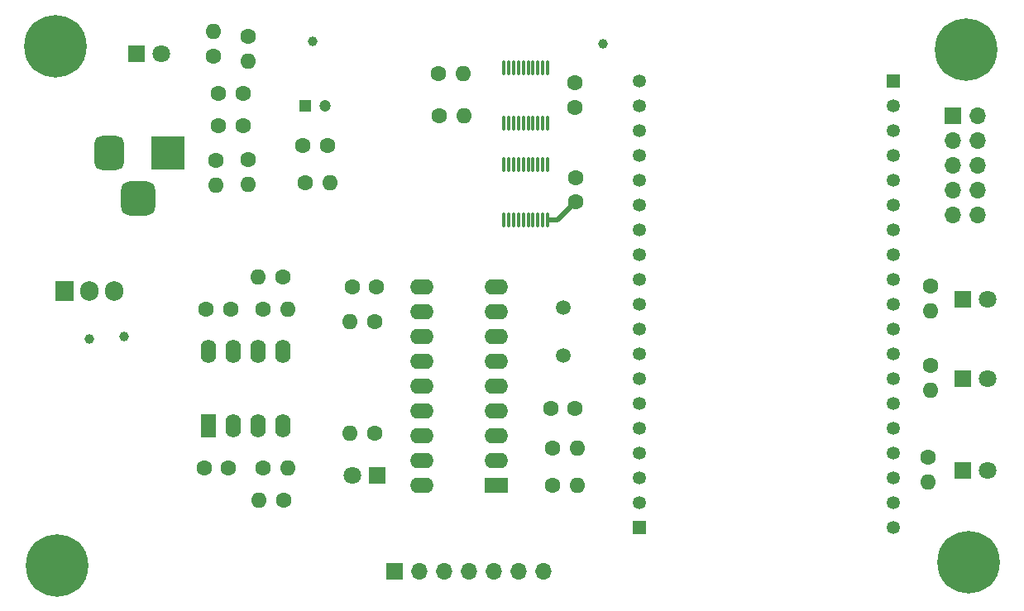
<source format=gbr>
%TF.GenerationSoftware,KiCad,Pcbnew,8.0.5*%
%TF.CreationDate,2024-12-04T22:32:08+01:00*%
%TF.ProjectId,ESP-Unit,4553502d-556e-4697-942e-6b696361645f,rev?*%
%TF.SameCoordinates,Original*%
%TF.FileFunction,Copper,L1,Top*%
%TF.FilePolarity,Positive*%
%FSLAX46Y46*%
G04 Gerber Fmt 4.6, Leading zero omitted, Abs format (unit mm)*
G04 Created by KiCad (PCBNEW 8.0.5) date 2024-12-04 22:32:08*
%MOMM*%
%LPD*%
G01*
G04 APERTURE LIST*
G04 Aperture macros list*
%AMRoundRect*
0 Rectangle with rounded corners*
0 $1 Rounding radius*
0 $2 $3 $4 $5 $6 $7 $8 $9 X,Y pos of 4 corners*
0 Add a 4 corners polygon primitive as box body*
4,1,4,$2,$3,$4,$5,$6,$7,$8,$9,$2,$3,0*
0 Add four circle primitives for the rounded corners*
1,1,$1+$1,$2,$3*
1,1,$1+$1,$4,$5*
1,1,$1+$1,$6,$7*
1,1,$1+$1,$8,$9*
0 Add four rect primitives between the rounded corners*
20,1,$1+$1,$2,$3,$4,$5,0*
20,1,$1+$1,$4,$5,$6,$7,0*
20,1,$1+$1,$6,$7,$8,$9,0*
20,1,$1+$1,$8,$9,$2,$3,0*%
G04 Aperture macros list end*
%TA.AperFunction,SMDPad,CuDef*%
%ADD10RoundRect,0.075000X0.075000X-0.662500X0.075000X0.662500X-0.075000X0.662500X-0.075000X-0.662500X0*%
%TD*%
%TA.AperFunction,ComponentPad*%
%ADD11R,1.600000X2.400000*%
%TD*%
%TA.AperFunction,ComponentPad*%
%ADD12O,1.600000X2.400000*%
%TD*%
%TA.AperFunction,ComponentPad*%
%ADD13O,1.600000X1.600000*%
%TD*%
%TA.AperFunction,ComponentPad*%
%ADD14C,1.600000*%
%TD*%
%TA.AperFunction,ComponentPad*%
%ADD15C,0.800000*%
%TD*%
%TA.AperFunction,ComponentPad*%
%ADD16C,6.400000*%
%TD*%
%TA.AperFunction,SMDPad,CuDef*%
%ADD17C,1.000000*%
%TD*%
%TA.AperFunction,ComponentPad*%
%ADD18C,1.500000*%
%TD*%
%TA.AperFunction,ComponentPad*%
%ADD19C,1.200000*%
%TD*%
%TA.AperFunction,ComponentPad*%
%ADD20R,1.200000X1.200000*%
%TD*%
%TA.AperFunction,ComponentPad*%
%ADD21R,1.800000X1.800000*%
%TD*%
%TA.AperFunction,ComponentPad*%
%ADD22C,1.800000*%
%TD*%
%TA.AperFunction,ComponentPad*%
%ADD23R,2.400000X1.600000*%
%TD*%
%TA.AperFunction,ComponentPad*%
%ADD24O,2.400000X1.600000*%
%TD*%
%TA.AperFunction,ComponentPad*%
%ADD25O,1.905000X2.000000*%
%TD*%
%TA.AperFunction,ComponentPad*%
%ADD26R,1.905000X2.000000*%
%TD*%
%TA.AperFunction,ComponentPad*%
%ADD27R,1.700000X1.700000*%
%TD*%
%TA.AperFunction,ComponentPad*%
%ADD28O,1.700000X1.700000*%
%TD*%
%TA.AperFunction,ComponentPad*%
%ADD29RoundRect,0.875000X-0.875000X-0.875000X0.875000X-0.875000X0.875000X0.875000X-0.875000X0.875000X0*%
%TD*%
%TA.AperFunction,ComponentPad*%
%ADD30RoundRect,0.750000X-0.750000X-1.000000X0.750000X-1.000000X0.750000X1.000000X-0.750000X1.000000X0*%
%TD*%
%TA.AperFunction,ComponentPad*%
%ADD31R,3.500000X3.500000*%
%TD*%
%TA.AperFunction,ComponentPad*%
%ADD32R,1.350000X1.350000*%
%TD*%
%TA.AperFunction,ComponentPad*%
%ADD33C,1.350000*%
%TD*%
%TA.AperFunction,Conductor*%
%ADD34C,0.500000*%
%TD*%
G04 APERTURE END LIST*
D10*
%TO.P,U5,1,A1*%
%TO.N,Net-(IC1-Q1)*%
X202220000Y-72458500D03*
%TO.P,U5,2,VCCA*%
%TO.N,/5V*%
X202720000Y-72458500D03*
%TO.P,U5,3,A2*%
%TO.N,Net-(IC1-Q2)*%
X203220000Y-72458500D03*
%TO.P,U5,4,A3*%
%TO.N,Net-(IC1-Q3)*%
X203720000Y-72458500D03*
%TO.P,U5,5,A4*%
%TO.N,Net-(IC1-Q4)*%
X204220000Y-72458500D03*
%TO.P,U5,6,A5*%
%TO.N,/MT8870_PWDN*%
X204720000Y-72458500D03*
%TO.P,U5,7,A6*%
%TO.N,unconnected-(U5-A6-Pad7)*%
X205220000Y-72458500D03*
%TO.P,U5,8,A7*%
%TO.N,unconnected-(U5-A7-Pad8)*%
X205720000Y-72458500D03*
%TO.P,U5,9,A8*%
%TO.N,unconnected-(U5-A8-Pad9)*%
X206220000Y-72458500D03*
%TO.P,U5,10,OE*%
%TO.N,/5V*%
X206720000Y-72458500D03*
%TO.P,U5,11,GND*%
%TO.N,Earth*%
X206720000Y-66733500D03*
%TO.P,U5,12,B8*%
%TO.N,unconnected-(U5-B8-Pad12)*%
X206220000Y-66733500D03*
%TO.P,U5,13,B7*%
%TO.N,unconnected-(U5-B7-Pad13)*%
X205720000Y-66733500D03*
%TO.P,U5,14,B6*%
%TO.N,unconnected-(U5-B6-Pad14)*%
X205220000Y-66733500D03*
%TO.P,U5,15,B5*%
%TO.N,/MT8870_PWDN_3V*%
X204720000Y-66733500D03*
%TO.P,U5,16,B4*%
%TO.N,/Q4_3V*%
X204220000Y-66733500D03*
%TO.P,U5,17,B3*%
%TO.N,/Q3_3V*%
X203720000Y-66733500D03*
%TO.P,U5,18,B2*%
%TO.N,/Q2_3V*%
X203220000Y-66733500D03*
%TO.P,U5,19,VCCB*%
%TO.N,/3V3*%
X202720000Y-66733500D03*
%TO.P,U5,20,B1*%
%TO.N,/Q1_3V*%
X202220000Y-66733500D03*
%TD*%
%TO.P,U4,1,A1*%
%TO.N,/SDA_3V*%
X202220000Y-62552500D03*
%TO.P,U4,2,VCCA*%
%TO.N,/5V*%
X202720000Y-62552500D03*
%TO.P,U4,3,A2*%
%TO.N,/SCL_3V*%
X203220000Y-62552500D03*
%TO.P,U4,4,A3*%
%TO.N,/SLIC_INT_3V*%
X203720000Y-62552500D03*
%TO.P,U4,5,A4*%
%TO.N,/MCP_RESET_3V*%
X204220000Y-62552500D03*
%TO.P,U4,6,A5*%
%TO.N,unconnected-(U4-A5-Pad6)*%
X204720000Y-62552500D03*
%TO.P,U4,7,A6*%
%TO.N,unconnected-(U4-A6-Pad7)*%
X205220000Y-62552500D03*
%TO.P,U4,8,A7*%
%TO.N,unconnected-(U4-A7-Pad8)*%
X205720000Y-62552500D03*
%TO.P,U4,9,A8*%
%TO.N,unconnected-(U4-A8-Pad9)*%
X206220000Y-62552500D03*
%TO.P,U4,10,OE*%
%TO.N,/5V*%
X206720000Y-62552500D03*
%TO.P,U4,11,GND*%
%TO.N,Earth*%
X206720000Y-56827500D03*
%TO.P,U4,12,B8*%
%TO.N,unconnected-(U4-B8-Pad12)*%
X206220000Y-56827500D03*
%TO.P,U4,13,B7*%
%TO.N,unconnected-(U4-B7-Pad13)*%
X205720000Y-56827500D03*
%TO.P,U4,14,B6*%
%TO.N,unconnected-(U4-B6-Pad14)*%
X205220000Y-56827500D03*
%TO.P,U4,15,B5*%
%TO.N,unconnected-(U4-B5-Pad15)*%
X204720000Y-56827500D03*
%TO.P,U4,16,B4*%
%TO.N,/MCP_RESET*%
X204220000Y-56827500D03*
%TO.P,U4,17,B3*%
%TO.N,/SLIC_INT*%
X203720000Y-56827500D03*
%TO.P,U4,18,B2*%
%TO.N,/SLC*%
X203220000Y-56827500D03*
%TO.P,U4,19,VCCB*%
%TO.N,/3V3*%
X202720000Y-56827500D03*
%TO.P,U4,20,B1*%
%TO.N,/SDA*%
X202220000Y-56827500D03*
%TD*%
D11*
%TO.P,U3,1,1OUT*%
%TO.N,/Audio_SLIC-Amp*%
X172003000Y-93477000D03*
D12*
%TO.P,U3,2,1IN-*%
%TO.N,Net-(U3-1IN-)*%
X174543000Y-93477000D03*
%TO.P,U3,3,1IN+*%
%TO.N,/Vref*%
X177083000Y-93477000D03*
%TO.P,U3,4,GND*%
%TO.N,Earth*%
X179623000Y-93477000D03*
%TO.P,U3,5,2IN+*%
%TO.N,/Vref*%
X179623000Y-85857000D03*
%TO.P,U3,6,2IN-*%
%TO.N,Net-(U3-2IN-)*%
X177083000Y-85857000D03*
%TO.P,U3,7,2OUT*%
%TO.N,/Audio_ESP32-Amp*%
X174543000Y-85857000D03*
%TO.P,U3,8,VCC*%
%TO.N,/5V*%
X172003000Y-85857000D03*
%TD*%
D13*
%TO.P,R1,2*%
%TO.N,/5V*%
X172720000Y-68834000D03*
D14*
%TO.P,R1,1*%
%TO.N,Net-(U2-ADJ)*%
X172720000Y-66294000D03*
%TD*%
%TO.P,C1,2*%
%TO.N,Earth*%
X173014000Y-62738000D03*
%TO.P,C1,1*%
%TO.N,Net-(U2-VI)*%
X175514000Y-62738000D03*
%TD*%
D15*
%TO.P,H4,1,1*%
%TO.N,Earth*%
X154064000Y-107776944D03*
X154766944Y-106079888D03*
X154766944Y-109474000D03*
X156464000Y-105376944D03*
D16*
X156464000Y-107776944D03*
D15*
X156464000Y-110176944D03*
X158161056Y-106079888D03*
X158161056Y-109474000D03*
X158864000Y-107776944D03*
%TD*%
D17*
%TO.P,TP2,1,1*%
%TO.N,/5V*%
X159766000Y-84582000D03*
%TD*%
D14*
%TO.P,R3,1*%
%TO.N,/Audio_SLIC*%
X177572000Y-97780000D03*
D13*
%TO.P,R3,2*%
%TO.N,Net-(U3-1IN-)*%
X180112000Y-97780000D03*
%TD*%
D14*
%TO.P,R16,1*%
%TO.N,Net-(D3-A)*%
X245872000Y-79219000D03*
D13*
%TO.P,R16,2*%
%TO.N,/WiFi_LED*%
X245872000Y-81759000D03*
%TD*%
D14*
%TO.P,R14,1*%
%TO.N,Net-(U3-2IN-)*%
X177552000Y-81524000D03*
D13*
%TO.P,R14,2*%
%TO.N,/Audio_ESP32*%
X180092000Y-81524000D03*
%TD*%
D18*
%TO.P,Y1,1,1*%
%TO.N,Net-(IC1-OSC1)*%
X208280000Y-86270000D03*
%TO.P,Y1,2,2*%
%TO.N,Net-(IC1-OSC2)*%
X208280000Y-81390000D03*
%TD*%
D14*
%TO.P,R9,1*%
%TO.N,Net-(IC1-ST{slash}GT)*%
X188996000Y-82804000D03*
D13*
%TO.P,R9,2*%
%TO.N,Net-(IC1-EST)*%
X186456000Y-82804000D03*
%TD*%
D19*
%TO.P,C7,2*%
%TO.N,Earth*%
X183907401Y-60706000D03*
D20*
%TO.P,C7,1*%
%TO.N,/Vref*%
X181907401Y-60706000D03*
%TD*%
D14*
%TO.P,C2,2*%
%TO.N,Earth*%
X173014000Y-59436000D03*
%TO.P,C2,1*%
%TO.N,/5V*%
X175514000Y-59436000D03*
%TD*%
D21*
%TO.P,D5,1,K*%
%TO.N,Earth*%
X249169000Y-98044000D03*
D22*
%TO.P,D5,2,A*%
%TO.N,Net-(D5-A)*%
X251709000Y-98044000D03*
%TD*%
D17*
%TO.P,TP4,1,1*%
%TO.N,/3V3*%
X212344000Y-54356000D03*
%TD*%
D14*
%TO.P,C4,1*%
%TO.N,Net-(C4-Pad1)*%
X209510000Y-91694000D03*
%TO.P,C4,2*%
%TO.N,/Audio_SLIC-Amp*%
X207010000Y-91694000D03*
%TD*%
%TO.P,C3,1*%
%TO.N,/Audio_SLIC-Amp*%
X171525000Y-97780000D03*
%TO.P,C3,2*%
%TO.N,Net-(U3-1IN-)*%
X174025000Y-97780000D03*
%TD*%
D23*
%TO.P,IC1,1,IN+*%
%TO.N,Net-(IC1-IN+)*%
X201437000Y-99558000D03*
D24*
%TO.P,IC1,2,IN-*%
%TO.N,Net-(IC1-IN-)*%
X201437000Y-97018000D03*
%TO.P,IC1,3,GS*%
%TO.N,Net-(IC1-GS)*%
X201437000Y-94478000D03*
%TO.P,IC1,4,VREF*%
%TO.N,Net-(IC1-IN+)*%
X201437000Y-91938000D03*
%TO.P,IC1,5,INH*%
%TO.N,Earth*%
X201437000Y-89398000D03*
%TO.P,IC1,6,PWDN*%
%TO.N,/MT8870_PWDN*%
X201437000Y-86858000D03*
%TO.P,IC1,7,OSC1*%
%TO.N,Net-(IC1-OSC1)*%
X201437000Y-84318000D03*
%TO.P,IC1,8,OSC2*%
%TO.N,Net-(IC1-OSC2)*%
X201437000Y-81778000D03*
%TO.P,IC1,9,VSS*%
%TO.N,Earth*%
X201437000Y-79238000D03*
%TO.P,IC1,10,TOE*%
%TO.N,/5V*%
X193817000Y-79238000D03*
%TO.P,IC1,11,Q1*%
%TO.N,Net-(IC1-Q1)*%
X193817000Y-81778000D03*
%TO.P,IC1,12,Q2*%
%TO.N,Net-(IC1-Q2)*%
X193817000Y-84318000D03*
%TO.P,IC1,13,Q3*%
%TO.N,Net-(IC1-Q3)*%
X193817000Y-86858000D03*
%TO.P,IC1,14,Q4*%
%TO.N,Net-(IC1-Q4)*%
X193817000Y-89398000D03*
%TO.P,IC1,15,STD*%
%TO.N,Net-(IC1-STD)*%
X193817000Y-91938000D03*
%TO.P,IC1,16,EST*%
%TO.N,Net-(IC1-EST)*%
X193817000Y-94478000D03*
%TO.P,IC1,17,ST/GT*%
%TO.N,Net-(IC1-ST{slash}GT)*%
X193817000Y-97018000D03*
%TO.P,IC1,18,VDD*%
%TO.N,/5V*%
X193817000Y-99558000D03*
%TD*%
D14*
%TO.P,R17,1*%
%TO.N,Net-(D4-A)*%
X245618000Y-96745000D03*
D13*
%TO.P,R17,2*%
%TO.N,/MQTT_LED*%
X245618000Y-99285000D03*
%TD*%
D22*
%TO.P,D1,2,A*%
%TO.N,Net-(D1-A)*%
X167127000Y-55372000D03*
D21*
%TO.P,D1,1,K*%
%TO.N,Earth*%
X164587000Y-55372000D03*
%TD*%
D17*
%TO.P,TP1,1,1*%
%TO.N,Net-(U2-VI)*%
X163322000Y-84328000D03*
%TD*%
D14*
%TO.P,R8,1*%
%TO.N,Net-(IC1-IN-)*%
X207215000Y-95758000D03*
D13*
%TO.P,R8,2*%
%TO.N,Net-(C4-Pad1)*%
X209755000Y-95758000D03*
%TD*%
D25*
%TO.P,U2,3,VI*%
%TO.N,Net-(U2-VI)*%
X162306000Y-79685000D03*
%TO.P,U2,2,VO*%
%TO.N,/5V*%
X159766000Y-79685000D03*
D26*
%TO.P,U2,1,ADJ*%
%TO.N,Net-(U2-ADJ)*%
X157226000Y-79685000D03*
%TD*%
D27*
%TO.P,J3,1,Pin_1*%
%TO.N,/SDA*%
X191008000Y-108433000D03*
D28*
%TO.P,J3,2,Pin_2*%
%TO.N,/SLC*%
X193548000Y-108433000D03*
%TO.P,J3,3,Pin_3*%
%TO.N,/SLIC_INT*%
X196088000Y-108433000D03*
%TO.P,J3,4,Pin_4*%
%TO.N,/MCP_RESET*%
X198628000Y-108433000D03*
%TO.P,J3,5,Pin_5*%
%TO.N,/Audio_SLIC*%
X201168000Y-108433000D03*
%TO.P,J3,6,Pin_6*%
%TO.N,/5V*%
X203708000Y-108433000D03*
%TO.P,J3,7,Pin_7*%
%TO.N,Earth*%
X206248000Y-108433000D03*
%TD*%
D27*
%TO.P,J2,1,Pin_1*%
%TO.N,/3V3*%
X248153000Y-61727000D03*
D28*
%TO.P,J2,2,Pin_2*%
%TO.N,Earth*%
X250693000Y-61727000D03*
%TO.P,J2,3,Pin_3*%
X248153000Y-64267000D03*
%TO.P,J2,4,Pin_4*%
X250693000Y-64267000D03*
%TO.P,J2,5,Pin_5*%
X248153000Y-66807000D03*
%TO.P,J2,6,Pin_6*%
%TO.N,/TMS*%
X250693000Y-66807000D03*
%TO.P,J2,7,Pin_7*%
%TO.N,/TCK*%
X248153000Y-69347000D03*
%TO.P,J2,8,Pin_8*%
%TO.N,/TDO*%
X250693000Y-69347000D03*
%TO.P,J2,9,Pin_9*%
%TO.N,/TDI*%
X248153000Y-71887000D03*
%TO.P,J2,10,Pin_10*%
%TO.N,unconnected-(J2-Pin_10-Pad10)*%
X250693000Y-71887000D03*
%TD*%
D14*
%TO.P,R10,1*%
%TO.N,Net-(IC1-IN-)*%
X207215000Y-99568000D03*
D13*
%TO.P,R10,2*%
%TO.N,Net-(IC1-GS)*%
X209755000Y-99568000D03*
%TD*%
D14*
%TO.P,R18,1*%
%TO.N,/Hook_Status_LED*%
X245872000Y-87347000D03*
D13*
%TO.P,R18,2*%
%TO.N,Net-(D5-A)*%
X245872000Y-89887000D03*
%TD*%
D14*
%TO.P,C9,1*%
%TO.N,Earth*%
X209550000Y-68092000D03*
%TO.P,C9,2*%
%TO.N,/5V*%
X209550000Y-70592000D03*
%TD*%
%TO.P,R15,1*%
%TO.N,/Audio_ESP32-Amp*%
X179613000Y-78222000D03*
D13*
%TO.P,R15,2*%
%TO.N,Net-(U3-2IN-)*%
X177073000Y-78222000D03*
%TD*%
D14*
%TO.P,R12,1*%
%TO.N,/5V*%
X195580000Y-61722000D03*
D13*
%TO.P,R12,2*%
%TO.N,/SLC*%
X198120000Y-61722000D03*
%TD*%
D21*
%TO.P,D3,1,K*%
%TO.N,Earth*%
X249169000Y-80518000D03*
D22*
%TO.P,D3,2,A*%
%TO.N,Net-(D3-A)*%
X251709000Y-80518000D03*
%TD*%
D15*
%TO.P,H2,1,1*%
%TO.N,Earth*%
X247422000Y-107442000D03*
X248124944Y-105744944D03*
X248124944Y-109139056D03*
X249822000Y-105042000D03*
D16*
X249822000Y-107442000D03*
D15*
X249822000Y-109842000D03*
X251519056Y-105744944D03*
X251519056Y-109139056D03*
X252222000Y-107442000D03*
%TD*%
D13*
%TO.P,R6,2*%
%TO.N,/Vref*%
X176022000Y-56134000D03*
D14*
%TO.P,R6,1*%
%TO.N,/5V*%
X176022000Y-53594000D03*
%TD*%
D29*
%TO.P,J1,3*%
%TO.N,N/C*%
X164798000Y-70232000D03*
D30*
%TO.P,J1,2*%
%TO.N,Earth*%
X161798000Y-65532000D03*
D31*
%TO.P,J1,1*%
%TO.N,Net-(U2-VI)*%
X167798000Y-65532000D03*
%TD*%
D14*
%TO.P,R11,1*%
%TO.N,Net-(IC1-STD)*%
X188971000Y-94234000D03*
D13*
%TO.P,R11,2*%
%TO.N,Net-(D2-A)*%
X186431000Y-94234000D03*
%TD*%
D21*
%TO.P,D2,1,K*%
%TO.N,Earth*%
X189230000Y-98552000D03*
D22*
%TO.P,D2,2,A*%
%TO.N,Net-(D2-A)*%
X186690000Y-98552000D03*
%TD*%
D13*
%TO.P,R7,2*%
%TO.N,Earth*%
X184406401Y-68580000D03*
D14*
%TO.P,R7,1*%
%TO.N,/Vref*%
X181866401Y-68580000D03*
%TD*%
%TO.P,C6,1*%
%TO.N,/5V*%
X186710000Y-79248000D03*
%TO.P,C6,2*%
%TO.N,Net-(IC1-ST{slash}GT)*%
X189210000Y-79248000D03*
%TD*%
%TO.P,C8,1*%
%TO.N,Earth*%
X209522000Y-58371500D03*
%TO.P,C8,2*%
%TO.N,/5V*%
X209522000Y-60871500D03*
%TD*%
D17*
%TO.P,TP5,1,1*%
%TO.N,/Vref*%
X182626000Y-54102000D03*
%TD*%
D14*
%TO.P,R13,1*%
%TO.N,/5V*%
X195551000Y-57404000D03*
D13*
%TO.P,R13,2*%
%TO.N,/SDA*%
X198091000Y-57404000D03*
%TD*%
D32*
%TO.P,U1,J4_1,GND_J4_1*%
%TO.N,Earth*%
X242108000Y-58166000D03*
D33*
%TO.P,U1,J4_2,G23*%
%TO.N,unconnected-(U1-G23-PadJ4_2)*%
X242108000Y-60706000D03*
%TO.P,U1,J4_3,G22*%
%TO.N,/SCL_3V*%
X242108000Y-63246000D03*
%TO.P,U1,J4_4,TXD*%
%TO.N,unconnected-(U1-TXD-PadJ4_4)*%
X242108000Y-65786000D03*
%TO.P,U1,J4_5,RXD*%
%TO.N,unconnected-(U1-RXD-PadJ4_5)*%
X242108000Y-68326000D03*
%TO.P,U1,J4_6,G21*%
%TO.N,/SDA_3V*%
X242108000Y-70866000D03*
%TO.P,U1,J4_7,GND_J4_7*%
%TO.N,Earth*%
X242108000Y-73406000D03*
%TO.P,U1,J4_8,G19*%
%TO.N,unconnected-(U1-G19-PadJ4_8)*%
X242108000Y-75946000D03*
%TO.P,U1,J4_9,G18*%
%TO.N,/WiFi_LED*%
X242108000Y-78486000D03*
%TO.P,U1,J4_10,G5*%
%TO.N,/Q4_3V*%
X242108000Y-81026000D03*
%TO.P,U1,J4_11,G17*%
%TO.N,/MQTT_LED*%
X242108000Y-83566000D03*
%TO.P,U1,J4_12,G16*%
%TO.N,/Hook_Status_LED*%
X242108000Y-86106000D03*
%TO.P,U1,J4_13,G4*%
%TO.N,/Q3_3V*%
X242108000Y-88646000D03*
%TO.P,U1,J4_14,G0*%
%TO.N,/Q1_3V*%
X242108000Y-91186000D03*
%TO.P,U1,J4_15,G2*%
%TO.N,/Q2_3V*%
X242108000Y-93726000D03*
%TO.P,U1,J4_16,G15*%
%TO.N,/TDO*%
X242108000Y-96266000D03*
%TO.P,U1,J4_17,SD1*%
%TO.N,unconnected-(U1-SD1-PadJ4_17)*%
X242108000Y-98806000D03*
%TO.P,U1,J4_18,SD0*%
%TO.N,unconnected-(U1-SD0-PadJ4_18)*%
X242108000Y-101346000D03*
%TO.P,U1,J4_19,CLK*%
%TO.N,unconnected-(U1-CLK-PadJ4_19)*%
X242108000Y-103886000D03*
D32*
%TO.P,U1,J5_1,5V*%
%TO.N,/5V*%
X216108000Y-103886000D03*
D33*
%TO.P,U1,J5_2,CMD*%
%TO.N,unconnected-(U1-CMD-PadJ5_2)*%
X216108000Y-101346000D03*
%TO.P,U1,J5_3,SD3*%
%TO.N,unconnected-(U1-SD3-PadJ5_3)*%
X216108000Y-98806000D03*
%TO.P,U1,J5_4,SD2*%
%TO.N,unconnected-(U1-SD2-PadJ5_4)*%
X216108000Y-96266000D03*
%TO.P,U1,J5_5,G13*%
%TO.N,/TCK*%
X216108000Y-93726000D03*
%TO.P,U1,J5_6,GND_J5_6*%
%TO.N,Earth*%
X216108000Y-91186000D03*
%TO.P,U1,J5_7,G12*%
%TO.N,/TDI*%
X216108000Y-88646000D03*
%TO.P,U1,J5_8,G14*%
%TO.N,/TMS*%
X216108000Y-86106000D03*
%TO.P,U1,J5_9,G27*%
%TO.N,unconnected-(U1-G27-PadJ5_9)*%
X216108000Y-83566000D03*
%TO.P,U1,J5_10,G26*%
%TO.N,unconnected-(U1-G26-PadJ5_10)*%
X216108000Y-81026000D03*
%TO.P,U1,J5_11,G25*%
%TO.N,/Audio_ESP32*%
X216108000Y-78486000D03*
%TO.P,U1,J5_12,G33*%
%TO.N,/MT8870_PWDN_3V*%
X216108000Y-75946000D03*
%TO.P,U1,J5_13,G32*%
%TO.N,unconnected-(U1-G32-PadJ5_13)*%
X216108000Y-73406000D03*
%TO.P,U1,J5_14,G35*%
%TO.N,/MCP_RESET_3V*%
X216108000Y-70866000D03*
%TO.P,U1,J5_15,G34*%
%TO.N,/SLIC_INT_3V*%
X216108000Y-68326000D03*
%TO.P,U1,J5_16,SN*%
%TO.N,unconnected-(U1-SN-PadJ5_16)*%
X216108000Y-65786000D03*
%TO.P,U1,J5_17,SP*%
%TO.N,unconnected-(U1-SP-PadJ5_17)*%
X216108000Y-63246000D03*
%TO.P,U1,J5_18,EN*%
%TO.N,unconnected-(U1-EN-PadJ5_18)*%
X216108000Y-60706000D03*
%TO.P,U1,J5_19,3V3*%
%TO.N,/3V3*%
X216108000Y-58166000D03*
%TD*%
D15*
%TO.P,H3,1,1*%
%TO.N,Earth*%
X247108944Y-54944944D03*
X247811888Y-53247888D03*
X247811888Y-56642000D03*
X249508944Y-52544944D03*
D16*
X249508944Y-54944944D03*
D15*
X249508944Y-57344944D03*
X251206000Y-53247888D03*
X251206000Y-56642000D03*
X251908944Y-54944944D03*
%TD*%
D14*
%TO.P,R5,1*%
%TO.N,Net-(U3-1IN-)*%
X179662000Y-101082000D03*
D13*
%TO.P,R5,2*%
%TO.N,/Audio_SLIC-Amp*%
X177122000Y-101082000D03*
%TD*%
%TO.P,R4,2*%
%TO.N,Net-(D1-A)*%
X172466000Y-53115000D03*
D14*
%TO.P,R4,1*%
%TO.N,/5V*%
X172466000Y-55655000D03*
%TD*%
D15*
%TO.P,H1,1,1*%
%TO.N,Earth*%
X153950000Y-54610000D03*
X154652944Y-52912944D03*
X154652944Y-56307056D03*
X156350000Y-52210000D03*
D16*
X156350000Y-54610000D03*
D15*
X156350000Y-57010000D03*
X158047056Y-52912944D03*
X158047056Y-56307056D03*
X158750000Y-54610000D03*
%TD*%
D21*
%TO.P,D4,1,K*%
%TO.N,Earth*%
X249169000Y-88646000D03*
D22*
%TO.P,D4,2,A*%
%TO.N,Net-(D4-A)*%
X251709000Y-88646000D03*
%TD*%
D14*
%TO.P,C10,1*%
%TO.N,Net-(U3-2IN-)*%
X174259000Y-81524000D03*
%TO.P,C10,2*%
%TO.N,/Audio_ESP32-Amp*%
X171759000Y-81524000D03*
%TD*%
%TO.P,C5,2*%
%TO.N,/Vref*%
X181661401Y-64770000D03*
%TO.P,C5,1*%
%TO.N,Earth*%
X184161401Y-64770000D03*
%TD*%
D13*
%TO.P,R2,2*%
%TO.N,Earth*%
X176022000Y-68805000D03*
D14*
%TO.P,R2,1*%
%TO.N,Net-(U2-ADJ)*%
X176022000Y-66265000D03*
%TD*%
D34*
%TO.N,/5V*%
X207683500Y-72458500D02*
X206820000Y-72458500D01*
X209550000Y-70592000D02*
X207683500Y-72458500D01*
%TD*%
M02*

</source>
